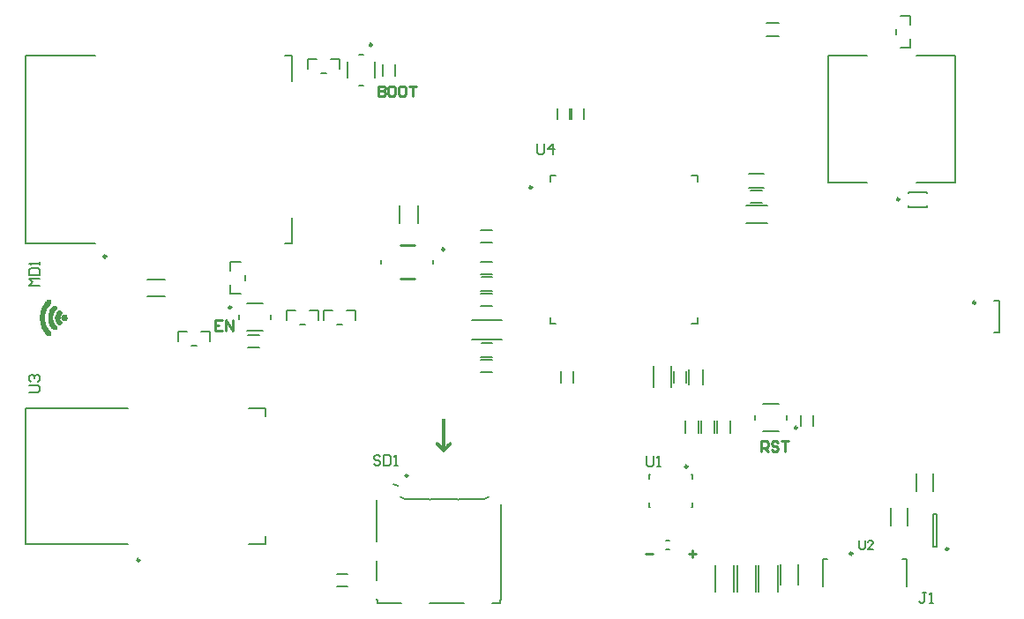
<source format=gto>
G04*
G04 #@! TF.GenerationSoftware,Altium Limited,Altium Designer,21.1.1 (26)*
G04*
G04 Layer_Color=65535*
%FSLAX44Y44*%
%MOMM*%
G71*
G04*
G04 #@! TF.SameCoordinates,9AE9D992-6700-435F-BEFF-D62808151BB7*
G04*
G04*
G04 #@! TF.FilePolarity,Positive*
G04*
G01*
G75*
%ADD10C,0.2500*%
%ADD11C,0.2000*%
%ADD12C,0.2540*%
G36*
X135195Y373508D02*
X135753D01*
Y373397D01*
X136089D01*
Y373285D01*
X136312D01*
Y373173D01*
X136424D01*
Y373061D01*
X136535D01*
Y372950D01*
X136647D01*
Y372838D01*
X136759D01*
Y372726D01*
X136870D01*
Y372615D01*
X136982D01*
Y372503D01*
X137094D01*
Y372391D01*
X137317D01*
Y372280D01*
X137429D01*
Y372056D01*
X137541D01*
Y371945D01*
X137652D01*
Y371721D01*
X137764D01*
Y371051D01*
X137876D01*
Y370381D01*
X137764D01*
Y370046D01*
X137652D01*
Y369934D01*
X137429D01*
Y369822D01*
X137205D01*
Y369711D01*
X137094D01*
Y369599D01*
X136982D01*
Y369487D01*
X136870D01*
Y369264D01*
X136759D01*
Y369040D01*
X136647D01*
Y368817D01*
X136535D01*
Y368705D01*
X136312D01*
Y368594D01*
X136089D01*
Y368482D01*
X135977D01*
Y368370D01*
X135865D01*
Y368259D01*
X135753D01*
Y367924D01*
X135642D01*
Y367365D01*
X135753D01*
Y367030D01*
X135865D01*
Y366807D01*
X135977D01*
Y366695D01*
X136647D01*
Y366807D01*
X136759D01*
Y366918D01*
X136870D01*
Y367142D01*
X136982D01*
Y367589D01*
X137094D01*
Y367924D01*
X137205D01*
Y368147D01*
X137317D01*
Y368259D01*
X137541D01*
Y368370D01*
X137764D01*
Y368482D01*
X137876D01*
Y368594D01*
X137987D01*
Y368705D01*
X138099D01*
Y368817D01*
X138211D01*
Y369152D01*
X138322D01*
Y369264D01*
X138434D01*
Y369376D01*
X138658D01*
Y369487D01*
X139328D01*
Y369376D01*
X141115D01*
Y369264D01*
X141450D01*
Y369152D01*
X141673D01*
Y369040D01*
X141785D01*
Y368929D01*
X141897D01*
Y368817D01*
X142008D01*
Y368482D01*
X142120D01*
Y368035D01*
X142232D01*
Y367589D01*
X142343D01*
Y367365D01*
X142455D01*
Y367253D01*
X142567D01*
Y367030D01*
X142678D01*
Y366918D01*
X142790D01*
Y366807D01*
X142902D01*
Y366695D01*
X143014D01*
Y365913D01*
X142902D01*
Y365801D01*
X142790D01*
Y365690D01*
X142678D01*
Y365578D01*
X142567D01*
Y365355D01*
X142455D01*
Y365243D01*
X142343D01*
Y365019D01*
X142232D01*
Y364573D01*
X142120D01*
Y364238D01*
X142008D01*
Y363903D01*
X141897D01*
Y363791D01*
X141785D01*
Y363679D01*
X141673D01*
Y363568D01*
X141562D01*
Y363456D01*
X141338D01*
Y363344D01*
X141003D01*
Y363232D01*
X139216D01*
Y363121D01*
X138769D01*
Y363232D01*
X138434D01*
Y363344D01*
X138322D01*
Y363568D01*
X138211D01*
Y363791D01*
X138099D01*
Y364014D01*
X137987D01*
Y364126D01*
X137764D01*
Y364238D01*
X137541D01*
Y364349D01*
X137317D01*
Y364461D01*
X137205D01*
Y364684D01*
X137094D01*
Y365019D01*
X136982D01*
Y365466D01*
X136870D01*
Y365690D01*
X136759D01*
Y365801D01*
X136647D01*
Y365913D01*
X136089D01*
Y365801D01*
X135977D01*
Y365690D01*
X135865D01*
Y365578D01*
X135753D01*
Y365243D01*
X135642D01*
Y364684D01*
X135753D01*
Y364349D01*
X135865D01*
Y364238D01*
X135977D01*
Y364126D01*
X136200D01*
Y364014D01*
X136312D01*
Y363903D01*
X136535D01*
Y363791D01*
X136647D01*
Y363568D01*
X136759D01*
Y363344D01*
X136870D01*
Y363121D01*
X136982D01*
Y363009D01*
X137094D01*
Y362897D01*
X137317D01*
Y362786D01*
X137541D01*
Y362674D01*
X137652D01*
Y362562D01*
X137764D01*
Y362339D01*
X137876D01*
Y361557D01*
X137764D01*
Y360998D01*
X137652D01*
Y360775D01*
X137541D01*
Y360552D01*
X137429D01*
Y360440D01*
X137317D01*
Y360328D01*
X137205D01*
Y360217D01*
X137094D01*
Y360105D01*
X136982D01*
Y359993D01*
X136870D01*
Y359882D01*
X136647D01*
Y359770D01*
X136535D01*
Y359658D01*
X136424D01*
Y359547D01*
X136312D01*
Y359435D01*
X136089D01*
Y359323D01*
X135753D01*
Y359211D01*
X135418D01*
Y359100D01*
X134860D01*
Y358988D01*
X134637D01*
Y359100D01*
X134302D01*
Y359211D01*
X134190D01*
Y359323D01*
X134078D01*
Y359435D01*
X133966D01*
Y359547D01*
X133855D01*
Y359658D01*
X133631D01*
Y359770D01*
X133520D01*
Y359882D01*
X133296D01*
Y359993D01*
X133184D01*
Y360105D01*
X132961D01*
Y360217D01*
X132850D01*
Y360328D01*
X132738D01*
Y360552D01*
X132626D01*
Y360663D01*
X132514D01*
Y360775D01*
X132403D01*
Y360887D01*
X132291D01*
Y360998D01*
X132179D01*
Y361110D01*
X132068D01*
Y361222D01*
X131956D01*
Y361334D01*
X131844D01*
Y361557D01*
X131733D01*
Y362562D01*
X131621D01*
Y362897D01*
X131509D01*
Y363009D01*
X131397D01*
Y363121D01*
X131286D01*
Y363232D01*
X131174D01*
Y363344D01*
X131062D01*
Y363456D01*
X130951D01*
Y363568D01*
X130839D01*
Y363791D01*
X130727D01*
Y364908D01*
X130616D01*
Y367700D01*
X130727D01*
Y368929D01*
X130839D01*
Y369040D01*
X130951D01*
Y369264D01*
X131174D01*
Y369376D01*
X131286D01*
Y369487D01*
X131397D01*
Y369599D01*
X131509D01*
Y369711D01*
X131621D01*
Y370046D01*
X131733D01*
Y371051D01*
X131844D01*
Y371274D01*
X131956D01*
Y371386D01*
X132068D01*
Y371498D01*
X132179D01*
Y371609D01*
X132291D01*
Y371721D01*
X132403D01*
Y371833D01*
X132514D01*
Y371945D01*
X132626D01*
Y372056D01*
X132738D01*
Y372280D01*
X132850D01*
Y372391D01*
X132961D01*
Y372503D01*
X133073D01*
Y372615D01*
X133296D01*
Y372726D01*
X133408D01*
Y372838D01*
X133631D01*
Y372950D01*
X133743D01*
Y373061D01*
X133855D01*
Y373173D01*
X133966D01*
Y373285D01*
X134078D01*
Y373397D01*
X134190D01*
Y373508D01*
X134413D01*
Y373620D01*
X135195D01*
Y373508D01*
D02*
G37*
G36*
X129610Y377976D02*
X131397D01*
Y377864D01*
X131733D01*
Y377753D01*
X131956D01*
Y377641D01*
X132068D01*
Y377529D01*
X132179D01*
Y377417D01*
X132291D01*
Y377194D01*
X132403D01*
Y376971D01*
X132514D01*
Y374402D01*
X132403D01*
Y374290D01*
X132291D01*
Y374178D01*
X132179D01*
Y374067D01*
X132068D01*
Y373955D01*
X131956D01*
Y373843D01*
X131844D01*
Y373732D01*
X131733D01*
Y373620D01*
X131621D01*
Y373508D01*
X131509D01*
Y373397D01*
X131397D01*
Y373173D01*
X131286D01*
Y373061D01*
X131174D01*
Y372950D01*
X130951D01*
Y372838D01*
X130839D01*
Y372726D01*
X130727D01*
Y372615D01*
X130616D01*
Y372503D01*
X130504D01*
Y372280D01*
X130392D01*
Y371945D01*
X130281D01*
Y371609D01*
X130169D01*
Y371386D01*
X130057D01*
Y371163D01*
X129945D01*
Y371051D01*
X129834D01*
Y370939D01*
X129722D01*
Y370716D01*
X129610D01*
Y370604D01*
X129499D01*
Y370381D01*
X129387D01*
Y369934D01*
X129275D01*
Y369487D01*
X129164D01*
Y369040D01*
X129052D01*
Y368370D01*
X128940D01*
Y368035D01*
X128828D01*
Y367812D01*
X128717D01*
Y367700D01*
X128605D01*
Y367477D01*
X128493D01*
Y367365D01*
X128382D01*
Y367030D01*
X128270D01*
Y365578D01*
X128382D01*
Y365243D01*
X128493D01*
Y365131D01*
X128605D01*
Y364908D01*
X128717D01*
Y364796D01*
X128828D01*
Y364573D01*
X128940D01*
Y364349D01*
X129052D01*
Y363791D01*
X129164D01*
Y363121D01*
X129275D01*
Y362674D01*
X129387D01*
Y362227D01*
X129499D01*
Y362004D01*
X129610D01*
Y361892D01*
X129722D01*
Y361780D01*
X129834D01*
Y361669D01*
X129945D01*
Y361445D01*
X130057D01*
Y361334D01*
X130169D01*
Y361110D01*
X130281D01*
Y360663D01*
X130392D01*
Y360328D01*
X130504D01*
Y360105D01*
X130616D01*
Y359993D01*
X130727D01*
Y359882D01*
X130839D01*
Y359770D01*
X131062D01*
Y359658D01*
X131174D01*
Y359547D01*
X131286D01*
Y359435D01*
X131397D01*
Y359323D01*
X131509D01*
Y359100D01*
X131621D01*
Y358988D01*
X131733D01*
Y358876D01*
X131844D01*
Y358765D01*
X131956D01*
Y358653D01*
X132179D01*
Y358541D01*
X132291D01*
Y358430D01*
X132403D01*
Y358206D01*
X132514D01*
Y357983D01*
X132626D01*
Y357536D01*
X132514D01*
Y356531D01*
X132626D01*
Y356419D01*
X132514D01*
Y355749D01*
X132403D01*
Y355414D01*
X132291D01*
Y355302D01*
X132179D01*
Y355079D01*
X132068D01*
Y354967D01*
X131844D01*
Y354855D01*
X131733D01*
Y354744D01*
X131397D01*
Y354632D01*
X129499D01*
Y354520D01*
X129275D01*
Y354632D01*
X128828D01*
Y354744D01*
X128717D01*
Y354855D01*
X128605D01*
Y354967D01*
X128493D01*
Y355191D01*
X128382D01*
Y355302D01*
X128270D01*
Y355414D01*
X128158D01*
Y355526D01*
X128047D01*
Y355637D01*
X127823D01*
Y355749D01*
X127711D01*
Y355861D01*
X127600D01*
Y355972D01*
X127488D01*
Y356084D01*
X127376D01*
Y356307D01*
X127265D01*
Y356419D01*
X127153D01*
Y356531D01*
X127041D01*
Y356642D01*
X126930D01*
Y356754D01*
X126818D01*
Y356866D01*
X126595D01*
Y356978D01*
X126483D01*
Y357201D01*
X126371D01*
Y357313D01*
X126259D01*
Y357536D01*
X126148D01*
Y357759D01*
X126036D01*
Y357983D01*
X125924D01*
Y358094D01*
X125813D01*
Y358206D01*
X125701D01*
Y358318D01*
X125589D01*
Y358430D01*
X125478D01*
Y358653D01*
X125366D01*
Y358988D01*
X125254D01*
Y360663D01*
X125143D01*
Y360775D01*
X125031D01*
Y360887D01*
X124919D01*
Y360998D01*
X124808D01*
Y361110D01*
X124584D01*
Y361222D01*
X124472D01*
Y361334D01*
X124361D01*
Y361445D01*
X124249D01*
Y361780D01*
X124137D01*
Y362562D01*
X124249D01*
Y370046D01*
X124137D01*
Y370939D01*
X124249D01*
Y371163D01*
X124361D01*
Y371274D01*
X124472D01*
Y371386D01*
X124584D01*
Y371498D01*
X124808D01*
Y371609D01*
X124919D01*
Y371721D01*
X125031D01*
Y371833D01*
X125143D01*
Y371945D01*
X125254D01*
Y373732D01*
X125366D01*
Y374067D01*
X125478D01*
Y374290D01*
X125589D01*
Y374402D01*
X125701D01*
Y374514D01*
X125813D01*
Y374625D01*
X125924D01*
Y374737D01*
X126036D01*
Y374849D01*
X126148D01*
Y375072D01*
X126259D01*
Y375295D01*
X126371D01*
Y375519D01*
X126483D01*
Y375630D01*
X126595D01*
Y375742D01*
X126818D01*
Y375854D01*
X126930D01*
Y375965D01*
X127041D01*
Y376077D01*
X127153D01*
Y376189D01*
X127265D01*
Y376301D01*
X127376D01*
Y376524D01*
X127488D01*
Y376636D01*
X127600D01*
Y376747D01*
X127711D01*
Y376859D01*
X127823D01*
Y376971D01*
X128047D01*
Y377082D01*
X128158D01*
Y377194D01*
X128270D01*
Y377306D01*
X128382D01*
Y377417D01*
X128493D01*
Y377641D01*
X128605D01*
Y377753D01*
X128717D01*
Y377864D01*
X128828D01*
Y377976D01*
X129052D01*
Y378088D01*
X129610D01*
Y377976D01*
D02*
G37*
G36*
X126706Y382891D02*
X126818D01*
Y382667D01*
X126930D01*
Y382444D01*
X127041D01*
Y382220D01*
X127153D01*
Y381774D01*
X127265D01*
Y380880D01*
X127153D01*
Y380210D01*
X127041D01*
Y379986D01*
X126930D01*
Y379763D01*
X126818D01*
Y379651D01*
X126706D01*
Y379540D01*
X126595D01*
Y379428D01*
X126483D01*
Y379316D01*
X126259D01*
Y379093D01*
X126148D01*
Y378981D01*
X126036D01*
Y378870D01*
X125924D01*
Y378646D01*
X125813D01*
Y378535D01*
X125701D01*
Y378423D01*
X125589D01*
Y378311D01*
X125366D01*
Y378088D01*
X125254D01*
Y377976D01*
X125143D01*
Y377864D01*
X125031D01*
Y377641D01*
X124919D01*
Y377529D01*
X124808D01*
Y377417D01*
X124696D01*
Y377306D01*
X124584D01*
Y377194D01*
X124472D01*
Y377082D01*
X124249D01*
Y376971D01*
X124137D01*
Y376747D01*
X124026D01*
Y376524D01*
X123914D01*
Y376077D01*
X123802D01*
Y375854D01*
X123691D01*
Y375630D01*
X123579D01*
Y375519D01*
X123467D01*
Y375407D01*
X123356D01*
Y375295D01*
X123244D01*
Y375184D01*
X123132D01*
Y374960D01*
X123020D01*
Y374737D01*
X122909D01*
Y374290D01*
X122797D01*
Y373843D01*
X122685D01*
Y373620D01*
X122574D01*
Y373508D01*
X122462D01*
Y373397D01*
X122350D01*
Y373173D01*
X122239D01*
Y373061D01*
X122127D01*
Y372950D01*
X122015D01*
Y372726D01*
X121903D01*
Y372280D01*
X121792D01*
Y371386D01*
X121680D01*
Y370716D01*
X121568D01*
Y370381D01*
X121457D01*
Y370157D01*
X121345D01*
Y370046D01*
X121233D01*
Y369934D01*
X121122D01*
Y369822D01*
X121010D01*
Y369599D01*
X120898D01*
Y369376D01*
X120787D01*
Y363232D01*
X120898D01*
Y363009D01*
X121010D01*
Y362897D01*
X121122D01*
Y362786D01*
X121233D01*
Y362562D01*
X121345D01*
Y362451D01*
X121457D01*
Y362339D01*
X121568D01*
Y362004D01*
X121680D01*
Y361334D01*
X121792D01*
Y360328D01*
X121903D01*
Y359882D01*
X122015D01*
Y359658D01*
X122127D01*
Y359547D01*
X122239D01*
Y359435D01*
X122350D01*
Y359323D01*
X122462D01*
Y359211D01*
X122574D01*
Y358988D01*
X122685D01*
Y358765D01*
X122797D01*
Y358318D01*
X122909D01*
Y357983D01*
X123020D01*
Y357648D01*
X123132D01*
Y357536D01*
X123244D01*
Y357424D01*
X123356D01*
Y357313D01*
X123467D01*
Y357201D01*
X123579D01*
Y356978D01*
X123691D01*
Y356866D01*
X123802D01*
Y356531D01*
X123914D01*
Y356084D01*
X124026D01*
Y355861D01*
X124137D01*
Y355749D01*
X124249D01*
Y355637D01*
X124361D01*
Y355526D01*
X124472D01*
Y355414D01*
X124584D01*
Y355302D01*
X124808D01*
Y355191D01*
X124919D01*
Y354967D01*
X125031D01*
Y354855D01*
X125143D01*
Y354632D01*
X125254D01*
Y354520D01*
X125366D01*
Y354409D01*
X125478D01*
Y354297D01*
X125589D01*
Y354185D01*
X125701D01*
Y354073D01*
X125813D01*
Y353962D01*
X125924D01*
Y353850D01*
X126036D01*
Y353738D01*
X126148D01*
Y353515D01*
X126259D01*
Y353403D01*
X126371D01*
Y353292D01*
X126483D01*
Y353180D01*
X126706D01*
Y353068D01*
X126818D01*
Y352957D01*
X126930D01*
Y352733D01*
X127041D01*
Y352510D01*
X127153D01*
Y351616D01*
X127265D01*
Y350834D01*
X127153D01*
Y350499D01*
X127041D01*
Y350276D01*
X126930D01*
Y350052D01*
X126818D01*
Y349941D01*
X126706D01*
Y349717D01*
X126595D01*
Y349159D01*
X122574D01*
Y349606D01*
X122462D01*
Y349829D01*
X122350D01*
Y350052D01*
X122239D01*
Y350164D01*
X122127D01*
Y350276D01*
X122015D01*
Y350388D01*
X121903D01*
Y350499D01*
X121792D01*
Y350611D01*
X121568D01*
Y350723D01*
X121457D01*
Y350834D01*
X121345D01*
Y351058D01*
X121233D01*
Y351281D01*
X121122D01*
Y351616D01*
X121010D01*
Y351951D01*
X120898D01*
Y352175D01*
X120787D01*
Y352286D01*
X120675D01*
Y352398D01*
X120451D01*
Y352510D01*
X120228D01*
Y352621D01*
X120116D01*
Y352733D01*
X120005D01*
Y352957D01*
X119893D01*
Y353180D01*
X119781D01*
Y353403D01*
X119670D01*
Y353515D01*
X119558D01*
Y353627D01*
X119446D01*
Y353738D01*
X119334D01*
Y353850D01*
X119223D01*
Y353962D01*
X119111D01*
Y354073D01*
X118999D01*
Y354409D01*
X118888D01*
Y355079D01*
X118776D01*
Y355414D01*
X118664D01*
Y355637D01*
X118553D01*
Y355749D01*
X118441D01*
Y355861D01*
X118218D01*
Y355972D01*
X118106D01*
Y356084D01*
X117994D01*
Y356307D01*
X117882D01*
Y356531D01*
X117771D01*
Y358430D01*
X117659D01*
Y358653D01*
X117547D01*
Y358765D01*
X117436D01*
Y358876D01*
X117324D01*
Y358988D01*
X117101D01*
Y359100D01*
X116989D01*
Y359211D01*
X116877D01*
Y359323D01*
X116766D01*
Y359658D01*
X116654D01*
Y361669D01*
X116766D01*
Y362451D01*
X116654D01*
Y362897D01*
X116542D01*
Y363121D01*
X116431D01*
Y363232D01*
X116319D01*
Y363456D01*
X116207D01*
Y363568D01*
X116095D01*
Y363679D01*
X115984D01*
Y364014D01*
X115872D01*
Y364573D01*
X115984D01*
Y368035D01*
X115872D01*
Y368594D01*
X115984D01*
Y368929D01*
X116095D01*
Y369040D01*
X116207D01*
Y369152D01*
X116319D01*
Y369376D01*
X116431D01*
Y369487D01*
X116542D01*
Y369711D01*
X116654D01*
Y370157D01*
X116766D01*
Y370939D01*
X116654D01*
Y373061D01*
X116766D01*
Y373285D01*
X116877D01*
Y373508D01*
X117101D01*
Y373620D01*
X117212D01*
Y373732D01*
X117436D01*
Y373843D01*
X117547D01*
Y373955D01*
X117659D01*
Y374178D01*
X117771D01*
Y376189D01*
X117882D01*
Y376412D01*
X117994D01*
Y376524D01*
X118106D01*
Y376636D01*
X118218D01*
Y376747D01*
X118329D01*
Y376859D01*
X118441D01*
Y376971D01*
X118553D01*
Y377082D01*
X118664D01*
Y377194D01*
X118776D01*
Y377529D01*
X118888D01*
Y378311D01*
X118999D01*
Y378535D01*
X119111D01*
Y378758D01*
X119334D01*
Y378870D01*
X119446D01*
Y378981D01*
X119558D01*
Y379093D01*
X119670D01*
Y379316D01*
X119781D01*
Y379540D01*
X119893D01*
Y379651D01*
X120005D01*
Y379875D01*
X120116D01*
Y379986D01*
X120228D01*
Y380098D01*
X120451D01*
Y380210D01*
X120563D01*
Y380322D01*
X120787D01*
Y380545D01*
X120898D01*
Y380657D01*
X121010D01*
Y381103D01*
X121122D01*
Y381438D01*
X121233D01*
Y381662D01*
X121345D01*
Y381774D01*
X121457D01*
Y381885D01*
X121568D01*
Y381997D01*
X121680D01*
Y382109D01*
X121792D01*
Y382220D01*
X121903D01*
Y382332D01*
X122015D01*
Y382444D01*
X122127D01*
Y382555D01*
X122239D01*
Y382667D01*
X122350D01*
Y383002D01*
X122462D01*
Y383449D01*
X126706D01*
Y382891D01*
D02*
G37*
G36*
X503565Y269600D02*
X503693D01*
Y269584D01*
X503884D01*
Y269568D01*
X503948D01*
Y269552D01*
X504012D01*
Y269536D01*
X504060D01*
Y269520D01*
X504124D01*
Y269504D01*
X504203D01*
Y269488D01*
X504267D01*
Y269472D01*
X504331D01*
Y269456D01*
X504379D01*
Y269440D01*
X504411D01*
Y269424D01*
X504443D01*
Y269408D01*
X504459D01*
Y269392D01*
X504491D01*
Y269376D01*
X504523D01*
Y269360D01*
X504554D01*
Y269345D01*
X504586D01*
Y269328D01*
X504618D01*
Y269313D01*
X504650D01*
Y269297D01*
X504682D01*
Y269281D01*
X504698D01*
Y269265D01*
X504714D01*
Y269249D01*
X504730D01*
Y269233D01*
X504762D01*
Y269217D01*
X504778D01*
Y269201D01*
X504810D01*
Y269185D01*
X504842D01*
Y269169D01*
X504858D01*
Y269153D01*
X504874D01*
Y269137D01*
X504906D01*
Y269121D01*
X504921D01*
Y269105D01*
X504938D01*
Y269089D01*
X504953D01*
Y269073D01*
X504969D01*
Y269057D01*
X504985D01*
Y269041D01*
X505001D01*
Y269025D01*
X505017D01*
Y269009D01*
X505033D01*
Y268993D01*
X505049D01*
Y268977D01*
X505065D01*
Y268962D01*
X505081D01*
Y268946D01*
X505097D01*
Y268930D01*
X505113D01*
Y268914D01*
X505129D01*
Y268898D01*
X505145D01*
Y268866D01*
X505161D01*
Y268850D01*
X505177D01*
Y268834D01*
X505193D01*
Y268802D01*
X505209D01*
Y268786D01*
X505225D01*
Y268770D01*
X505241D01*
Y268754D01*
X505257D01*
Y268722D01*
X505273D01*
Y268706D01*
X505289D01*
Y268690D01*
X505304D01*
Y268658D01*
X505321D01*
Y268610D01*
X505336D01*
Y268578D01*
X505352D01*
Y268547D01*
X505368D01*
Y268515D01*
X505384D01*
Y268499D01*
X505400D01*
Y268483D01*
X505416D01*
Y268467D01*
X505432D01*
Y268435D01*
X505448D01*
Y268387D01*
X505464D01*
Y268339D01*
X505480D01*
Y268291D01*
X505496D01*
Y268243D01*
X505512D01*
Y268211D01*
X505528D01*
Y268179D01*
X505544D01*
Y268148D01*
X505560D01*
Y268100D01*
X505576D01*
Y268052D01*
X505592D01*
Y267956D01*
X505608D01*
Y267828D01*
X505624D01*
Y265865D01*
X505608D01*
Y263360D01*
X505624D01*
Y260886D01*
X505608D01*
Y258397D01*
X505624D01*
Y255875D01*
X505608D01*
Y253370D01*
X505624D01*
Y250912D01*
X505608D01*
Y248375D01*
X505624D01*
Y245933D01*
X505608D01*
Y243683D01*
X505624D01*
Y243667D01*
X505640D01*
Y243651D01*
X505719D01*
Y243667D01*
X505735D01*
Y243683D01*
X505751D01*
Y243699D01*
X505767D01*
Y243715D01*
X505783D01*
Y243731D01*
X505799D01*
Y243747D01*
X505815D01*
Y243779D01*
X505831D01*
Y243795D01*
X505847D01*
Y243811D01*
X505863D01*
Y243827D01*
X505879D01*
Y243843D01*
X505895D01*
Y243874D01*
X505911D01*
Y243890D01*
X505927D01*
Y243906D01*
X505943D01*
Y243922D01*
X505959D01*
Y243938D01*
X505975D01*
Y243954D01*
X505991D01*
Y243970D01*
X506023D01*
Y244002D01*
X506039D01*
Y244018D01*
X506055D01*
Y244034D01*
X506071D01*
Y244050D01*
X506087D01*
Y244066D01*
X506102D01*
Y244082D01*
X506118D01*
Y244098D01*
X506134D01*
Y244114D01*
X506150D01*
Y244130D01*
X506166D01*
Y244146D01*
X506182D01*
Y244162D01*
X506198D01*
Y244178D01*
X506214D01*
Y244194D01*
X506230D01*
Y244226D01*
X506246D01*
Y244242D01*
X506262D01*
Y244258D01*
X506278D01*
Y244273D01*
X506294D01*
Y244289D01*
X506310D01*
Y244305D01*
X506326D01*
Y244321D01*
X506342D01*
Y244337D01*
X506358D01*
Y244353D01*
X506374D01*
Y244369D01*
X506390D01*
Y244385D01*
X506406D01*
Y244401D01*
X506438D01*
Y244417D01*
X506454D01*
Y244433D01*
X506469D01*
Y244449D01*
X506485D01*
Y244465D01*
X506501D01*
Y244481D01*
X506517D01*
Y244497D01*
X506533D01*
Y244513D01*
X506549D01*
Y244545D01*
X506565D01*
Y244561D01*
X506581D01*
Y244577D01*
X506613D01*
Y244593D01*
X506629D01*
Y244609D01*
X506645D01*
Y244625D01*
X506661D01*
Y244641D01*
X506677D01*
Y244657D01*
X506693D01*
Y244688D01*
X506709D01*
Y244704D01*
X506725D01*
Y244720D01*
X506741D01*
Y244736D01*
X506757D01*
Y244752D01*
X506773D01*
Y244768D01*
X506789D01*
Y244784D01*
X506805D01*
Y244800D01*
X506821D01*
Y244816D01*
X506837D01*
Y244832D01*
X506852D01*
Y244848D01*
X506869D01*
Y244864D01*
X506884D01*
Y244880D01*
X506900D01*
Y244896D01*
X506916D01*
Y244912D01*
X506932D01*
Y244928D01*
X506948D01*
Y244944D01*
X506964D01*
Y244960D01*
X506980D01*
Y244976D01*
X506996D01*
Y244992D01*
X507012D01*
Y245007D01*
X507028D01*
Y245023D01*
X507044D01*
Y245040D01*
X507060D01*
Y245055D01*
X507076D01*
Y245071D01*
X507092D01*
Y245087D01*
X507108D01*
Y245103D01*
X507124D01*
Y245119D01*
X507140D01*
Y245135D01*
X507156D01*
Y245151D01*
X507172D01*
Y245167D01*
X507188D01*
Y245183D01*
X507204D01*
Y245199D01*
X507220D01*
Y245215D01*
X507235D01*
Y245231D01*
X507252D01*
Y245247D01*
X507267D01*
Y245263D01*
X507283D01*
Y245279D01*
X507299D01*
Y245295D01*
X507315D01*
Y245311D01*
X507331D01*
Y245327D01*
X507347D01*
Y245343D01*
X507363D01*
Y245359D01*
X507379D01*
Y245375D01*
X507395D01*
Y245390D01*
X507411D01*
Y245406D01*
X507427D01*
Y245422D01*
X507443D01*
Y245438D01*
X507459D01*
Y245454D01*
X507475D01*
Y245470D01*
X507491D01*
Y245486D01*
X507507D01*
Y245502D01*
X507523D01*
Y245518D01*
X507539D01*
Y245534D01*
X507555D01*
Y245550D01*
X507587D01*
Y245566D01*
X507603D01*
Y245598D01*
X507618D01*
Y245614D01*
X507635D01*
Y245630D01*
X507650D01*
Y245646D01*
X507666D01*
Y245662D01*
X507682D01*
Y245678D01*
X507698D01*
Y245694D01*
X507714D01*
Y245710D01*
X507730D01*
Y245726D01*
X507746D01*
Y245742D01*
X507762D01*
Y245758D01*
X507778D01*
Y245774D01*
X507794D01*
Y245790D01*
X507810D01*
Y245805D01*
X507826D01*
Y245821D01*
X507842D01*
Y245837D01*
X507858D01*
Y245853D01*
X507874D01*
Y245869D01*
X507906D01*
Y245885D01*
X507922D01*
Y245901D01*
X507938D01*
Y245917D01*
X507970D01*
Y245933D01*
X507986D01*
Y245949D01*
X508002D01*
Y245965D01*
X508018D01*
Y245981D01*
X508033D01*
Y245997D01*
X508049D01*
Y246029D01*
X508065D01*
Y246045D01*
X508097D01*
Y246061D01*
X508113D01*
Y246077D01*
X508129D01*
Y246093D01*
X508145D01*
Y246109D01*
X508161D01*
Y246125D01*
X508177D01*
Y246141D01*
X508193D01*
Y246157D01*
X508209D01*
Y246173D01*
X508225D01*
Y246189D01*
X508241D01*
Y246204D01*
X508257D01*
Y246220D01*
X508273D01*
Y246236D01*
X508289D01*
Y246252D01*
X508305D01*
Y246268D01*
X508321D01*
Y246284D01*
X508337D01*
Y246300D01*
X508353D01*
Y246316D01*
X508369D01*
Y246332D01*
X508385D01*
Y246348D01*
X508400D01*
Y246364D01*
X508416D01*
Y246380D01*
X508432D01*
Y246396D01*
X508448D01*
Y246412D01*
X508464D01*
Y246428D01*
X508480D01*
Y246444D01*
X508496D01*
Y246460D01*
X508512D01*
Y246492D01*
X508528D01*
Y246508D01*
X508544D01*
Y246524D01*
X508576D01*
Y246540D01*
X508592D01*
Y246556D01*
X508608D01*
Y246572D01*
X508624D01*
Y246587D01*
X508640D01*
Y246603D01*
X508656D01*
Y246635D01*
X508672D01*
Y246651D01*
X508688D01*
Y246667D01*
X508704D01*
Y246683D01*
X508720D01*
Y246699D01*
X508736D01*
Y246715D01*
X508752D01*
Y246731D01*
X508768D01*
Y246747D01*
X508783D01*
Y246763D01*
X508800D01*
Y246779D01*
X508815D01*
Y246795D01*
X508831D01*
Y246811D01*
X508847D01*
Y246827D01*
X508879D01*
Y246843D01*
X508927D01*
Y246859D01*
X508943D01*
Y246875D01*
X508975D01*
Y246891D01*
X508991D01*
Y246907D01*
X509007D01*
Y246923D01*
X509023D01*
Y246938D01*
X509055D01*
Y246954D01*
X509087D01*
Y246970D01*
X509119D01*
Y246986D01*
X509166D01*
Y247002D01*
X509198D01*
Y247018D01*
X509246D01*
Y247034D01*
X509278D01*
Y247050D01*
X509310D01*
Y247066D01*
X509342D01*
Y247082D01*
X509390D01*
Y247098D01*
X509470D01*
Y247114D01*
X509581D01*
Y247130D01*
X509741D01*
Y247146D01*
X509933D01*
Y247130D01*
X510060D01*
Y247114D01*
X510188D01*
Y247098D01*
X510284D01*
Y247082D01*
X510316D01*
Y247066D01*
X510348D01*
Y247050D01*
X510363D01*
Y247034D01*
X510379D01*
Y247018D01*
X510411D01*
Y247002D01*
X510459D01*
Y246986D01*
X510523D01*
Y246970D01*
X510571D01*
Y246954D01*
X510603D01*
Y246938D01*
X510635D01*
Y246923D01*
X510651D01*
Y246907D01*
X510667D01*
Y246891D01*
X510683D01*
Y246875D01*
X510699D01*
Y246859D01*
X510731D01*
Y246843D01*
X510762D01*
Y246827D01*
X510778D01*
Y246811D01*
X510810D01*
Y246795D01*
X510826D01*
Y246779D01*
X510842D01*
Y246763D01*
X510858D01*
Y246747D01*
X510874D01*
Y246731D01*
X510890D01*
Y246715D01*
X510906D01*
Y246699D01*
X510938D01*
Y246683D01*
X510954D01*
Y246667D01*
X510970D01*
Y246651D01*
X510986D01*
Y246619D01*
X511002D01*
Y246603D01*
X511018D01*
Y246572D01*
X511034D01*
Y246556D01*
X511050D01*
Y246540D01*
X511066D01*
Y246524D01*
X511082D01*
Y246508D01*
X511097D01*
Y246492D01*
X511114D01*
Y246460D01*
X511129D01*
Y246444D01*
X511145D01*
Y246412D01*
X511161D01*
Y246380D01*
X511177D01*
Y246348D01*
X511193D01*
Y246332D01*
X511209D01*
Y246316D01*
X511225D01*
Y246300D01*
X511241D01*
Y246284D01*
X511257D01*
Y246252D01*
X511273D01*
Y246204D01*
X511289D01*
Y246157D01*
X511305D01*
Y246109D01*
X511321D01*
Y246061D01*
X511337D01*
Y246013D01*
X511353D01*
Y245981D01*
X511369D01*
Y245949D01*
X511385D01*
Y245917D01*
X511401D01*
Y245901D01*
X511417D01*
Y245853D01*
X511433D01*
Y245790D01*
X511449D01*
Y245279D01*
X511433D01*
Y245167D01*
X511417D01*
Y245103D01*
X511401D01*
Y245071D01*
X511385D01*
Y245023D01*
X511369D01*
Y244992D01*
X511353D01*
Y244960D01*
X511337D01*
Y244912D01*
X511321D01*
Y244864D01*
X511305D01*
Y244816D01*
X511289D01*
Y244768D01*
X511273D01*
Y244736D01*
X511257D01*
Y244720D01*
X511241D01*
Y244704D01*
X511225D01*
Y244688D01*
X511209D01*
Y244672D01*
X511193D01*
Y244641D01*
X511177D01*
Y244609D01*
X511161D01*
Y244593D01*
X511145D01*
Y244561D01*
X511129D01*
Y244529D01*
X511114D01*
Y244513D01*
X511082D01*
Y244497D01*
X511066D01*
Y244481D01*
X511050D01*
Y244465D01*
X511034D01*
Y244449D01*
X511018D01*
Y244433D01*
X511002D01*
Y244417D01*
X510986D01*
Y244401D01*
X510970D01*
Y244385D01*
X510954D01*
Y244369D01*
X510938D01*
Y244353D01*
X510922D01*
Y244337D01*
X510906D01*
Y244321D01*
X510890D01*
Y244305D01*
X510874D01*
Y244289D01*
X510858D01*
Y244258D01*
X510842D01*
Y244242D01*
X510826D01*
Y244226D01*
X510810D01*
Y244210D01*
X510778D01*
Y244194D01*
X510762D01*
Y244178D01*
X510746D01*
Y244162D01*
X510731D01*
Y244146D01*
X510714D01*
Y244130D01*
X510699D01*
Y244114D01*
X510683D01*
Y244098D01*
X510667D01*
Y244066D01*
X510651D01*
Y244050D01*
X510619D01*
Y244034D01*
X510603D01*
Y244018D01*
X510587D01*
Y244002D01*
X510571D01*
Y243986D01*
X510555D01*
Y243970D01*
X510539D01*
Y243954D01*
X510523D01*
Y243922D01*
X510507D01*
Y243906D01*
X510491D01*
Y243890D01*
X510475D01*
Y243874D01*
X510459D01*
Y243859D01*
X510443D01*
Y243843D01*
X510427D01*
Y243827D01*
X510411D01*
Y243811D01*
X510395D01*
Y243795D01*
X510379D01*
Y243779D01*
X510363D01*
Y243763D01*
X510348D01*
Y243747D01*
X510316D01*
Y243731D01*
X510300D01*
Y243715D01*
X510284D01*
Y243699D01*
X510268D01*
Y243683D01*
X510252D01*
Y243667D01*
X510236D01*
Y243635D01*
X510220D01*
Y243619D01*
X510204D01*
Y243603D01*
X510188D01*
Y243587D01*
X510172D01*
Y243571D01*
X510140D01*
Y243555D01*
X510124D01*
Y243539D01*
X510108D01*
Y243523D01*
X510092D01*
Y243507D01*
X510076D01*
Y243475D01*
X510060D01*
Y243460D01*
X510044D01*
Y243444D01*
X510028D01*
Y243428D01*
X510012D01*
Y243412D01*
X509996D01*
Y243396D01*
X509980D01*
Y243380D01*
X509964D01*
Y243364D01*
X509949D01*
Y243348D01*
X509933D01*
Y243316D01*
X509917D01*
Y243300D01*
X509901D01*
Y243284D01*
X509885D01*
Y243268D01*
X509869D01*
Y243252D01*
X509853D01*
Y243236D01*
X509837D01*
Y243220D01*
X509821D01*
Y243204D01*
X509805D01*
Y243188D01*
X509789D01*
Y243172D01*
X509773D01*
Y243156D01*
X509757D01*
Y243140D01*
X509741D01*
Y243124D01*
X509725D01*
Y243109D01*
X509709D01*
Y243092D01*
X509677D01*
Y243077D01*
X509661D01*
Y243045D01*
X509645D01*
Y243029D01*
X509629D01*
Y243013D01*
X509613D01*
Y242997D01*
X509597D01*
Y242981D01*
X509581D01*
Y242965D01*
X509566D01*
Y242949D01*
X509549D01*
Y242933D01*
X509534D01*
Y242917D01*
X509518D01*
Y242901D01*
X509502D01*
Y242885D01*
X509486D01*
Y242869D01*
X509470D01*
Y242853D01*
X509454D01*
Y242837D01*
X509438D01*
Y242821D01*
X509422D01*
Y242805D01*
X509406D01*
Y242789D01*
X509390D01*
Y242773D01*
X509358D01*
Y242741D01*
X509342D01*
Y242725D01*
X509326D01*
Y242710D01*
X509310D01*
Y242694D01*
X509294D01*
Y242678D01*
X509278D01*
Y242662D01*
X509262D01*
Y242646D01*
X509246D01*
Y242630D01*
X509230D01*
Y242614D01*
X509214D01*
Y242598D01*
X509198D01*
Y242582D01*
X509183D01*
Y242566D01*
X509166D01*
Y242550D01*
X509151D01*
Y242534D01*
X509135D01*
Y242518D01*
X509119D01*
Y242502D01*
X509103D01*
Y242486D01*
X509087D01*
Y242470D01*
X509055D01*
Y242454D01*
X509039D01*
Y242422D01*
X509023D01*
Y242406D01*
X509007D01*
Y242390D01*
X508991D01*
Y242374D01*
X508975D01*
Y242358D01*
X508959D01*
Y242342D01*
X508943D01*
Y242327D01*
X508927D01*
Y242311D01*
X508895D01*
Y242279D01*
X508879D01*
Y242263D01*
X508863D01*
Y242247D01*
X508847D01*
Y242231D01*
X508831D01*
Y242215D01*
X508815D01*
Y242199D01*
X508800D01*
Y242183D01*
X508783D01*
Y242167D01*
X508768D01*
Y242151D01*
X508752D01*
Y242135D01*
X508736D01*
Y242119D01*
X508720D01*
Y242103D01*
X508704D01*
Y242087D01*
X508688D01*
Y242071D01*
X508672D01*
Y242055D01*
X508656D01*
Y242039D01*
X508624D01*
Y242023D01*
X508608D01*
Y242007D01*
X508592D01*
Y241991D01*
X508576D01*
Y241975D01*
X508560D01*
Y241959D01*
X508544D01*
Y241943D01*
X508528D01*
Y241928D01*
X508512D01*
Y241912D01*
X508496D01*
Y241896D01*
X508480D01*
Y241880D01*
X508464D01*
Y241864D01*
X508432D01*
Y241848D01*
X508416D01*
Y241816D01*
X508400D01*
Y241800D01*
X508385D01*
Y241784D01*
X508369D01*
Y241768D01*
X508353D01*
Y241752D01*
X508337D01*
Y241736D01*
X508321D01*
Y241720D01*
X508305D01*
Y241704D01*
X508289D01*
Y241688D01*
X508273D01*
Y241672D01*
X508257D01*
Y241656D01*
X508241D01*
Y241640D01*
X508225D01*
Y241624D01*
X508209D01*
Y241608D01*
X508193D01*
Y241592D01*
X508177D01*
Y241576D01*
X508161D01*
Y241560D01*
X508145D01*
Y241544D01*
X508129D01*
Y241528D01*
X508113D01*
Y241513D01*
X508097D01*
Y241497D01*
X508081D01*
Y241481D01*
X508065D01*
Y241465D01*
X508049D01*
Y241449D01*
X508033D01*
Y241433D01*
X508002D01*
Y241417D01*
X507986D01*
Y241401D01*
X507970D01*
Y241385D01*
X507954D01*
Y241369D01*
X507938D01*
Y241337D01*
X507922D01*
Y241321D01*
X507906D01*
Y241305D01*
X507890D01*
Y241289D01*
X507858D01*
Y241273D01*
X507842D01*
Y241257D01*
X507826D01*
Y241241D01*
X507810D01*
Y241225D01*
X507794D01*
Y241193D01*
X507778D01*
Y241178D01*
X507762D01*
Y241161D01*
X507746D01*
Y241145D01*
X507714D01*
Y241130D01*
X507698D01*
Y241114D01*
X507682D01*
Y241098D01*
X507666D01*
Y241082D01*
X507650D01*
Y241066D01*
X507635D01*
Y241050D01*
X507618D01*
Y241018D01*
X507603D01*
Y240986D01*
X507587D01*
Y240970D01*
X507571D01*
Y240954D01*
X507555D01*
Y240938D01*
X507539D01*
Y240922D01*
X507523D01*
Y240906D01*
X507507D01*
Y240890D01*
X507491D01*
Y240874D01*
X507475D01*
Y240858D01*
X507459D01*
Y240842D01*
X507443D01*
Y240826D01*
X507427D01*
Y240810D01*
X507411D01*
Y240795D01*
X507395D01*
Y240779D01*
X507379D01*
Y240763D01*
X507363D01*
Y240747D01*
X507347D01*
Y240731D01*
X507331D01*
Y240715D01*
X507315D01*
Y240699D01*
X507299D01*
Y240683D01*
X507283D01*
Y240667D01*
X507267D01*
Y240651D01*
X507252D01*
Y240635D01*
X507235D01*
Y240619D01*
X507220D01*
Y240603D01*
X507204D01*
Y240587D01*
X507188D01*
Y240571D01*
X507172D01*
Y240555D01*
X507156D01*
Y240539D01*
X507140D01*
Y240523D01*
X507124D01*
Y240507D01*
X507108D01*
Y240491D01*
X507092D01*
Y240475D01*
X507076D01*
Y240459D01*
X507060D01*
Y240443D01*
X507044D01*
Y240427D01*
X507028D01*
Y240411D01*
X507012D01*
Y240396D01*
X506996D01*
Y240380D01*
X506980D01*
Y240364D01*
X506964D01*
Y240348D01*
X506948D01*
Y240332D01*
X506916D01*
Y240316D01*
X506900D01*
Y240300D01*
X506884D01*
Y240268D01*
X506869D01*
Y240252D01*
X506852D01*
Y240236D01*
X506837D01*
Y240220D01*
X506821D01*
Y240204D01*
X506805D01*
Y240188D01*
X506789D01*
Y240172D01*
X506773D01*
Y240156D01*
X506757D01*
Y240140D01*
X506741D01*
Y240124D01*
X506725D01*
Y240108D01*
X506709D01*
Y240092D01*
X506693D01*
Y240076D01*
X506677D01*
Y240060D01*
X506661D01*
Y240044D01*
X506645D01*
Y240028D01*
X506613D01*
Y240012D01*
X506597D01*
Y239996D01*
X506581D01*
Y239965D01*
X506565D01*
Y239949D01*
X506549D01*
Y239933D01*
X506533D01*
Y239917D01*
X506517D01*
Y239901D01*
X506501D01*
Y239885D01*
X506485D01*
Y239869D01*
X506469D01*
Y239853D01*
X506454D01*
Y239837D01*
X506438D01*
Y239821D01*
X506422D01*
Y239805D01*
X506406D01*
Y239789D01*
X506390D01*
Y239773D01*
X506374D01*
Y239757D01*
X506358D01*
Y239741D01*
X506342D01*
Y239725D01*
X506326D01*
Y239709D01*
X506310D01*
Y239693D01*
X506294D01*
Y239677D01*
X506278D01*
Y239661D01*
X506262D01*
Y239645D01*
X506246D01*
Y239629D01*
X506230D01*
Y239613D01*
X506214D01*
Y239598D01*
X506198D01*
Y239582D01*
X506166D01*
Y239566D01*
X506150D01*
Y239550D01*
X506134D01*
Y239534D01*
X506118D01*
Y239518D01*
X506102D01*
Y239502D01*
X506087D01*
Y239486D01*
X506071D01*
Y239470D01*
X506055D01*
Y239454D01*
X506039D01*
Y239438D01*
X506007D01*
Y239422D01*
X505991D01*
Y239406D01*
X505975D01*
Y239390D01*
X505959D01*
Y239374D01*
X505943D01*
Y239342D01*
X505927D01*
Y239326D01*
X505911D01*
Y239310D01*
X505895D01*
Y239294D01*
X505879D01*
Y239278D01*
X505863D01*
Y239262D01*
X505847D01*
Y239247D01*
X505831D01*
Y239230D01*
X505815D01*
Y239215D01*
X505799D01*
Y239199D01*
X505783D01*
Y239183D01*
X505767D01*
Y239167D01*
X505751D01*
Y239151D01*
X505735D01*
Y239135D01*
X505719D01*
Y239119D01*
X505687D01*
Y239103D01*
X505672D01*
Y239087D01*
X505656D01*
Y239055D01*
X505640D01*
Y239039D01*
X505624D01*
Y239023D01*
X505608D01*
Y239007D01*
X505592D01*
Y238991D01*
X505576D01*
Y238975D01*
X505544D01*
Y238959D01*
X505528D01*
Y238943D01*
X505512D01*
Y238927D01*
X505496D01*
Y238895D01*
X505480D01*
Y238879D01*
X505464D01*
Y238864D01*
X505448D01*
Y238848D01*
X505432D01*
Y238832D01*
X505400D01*
Y238816D01*
X505384D01*
Y238800D01*
X505368D01*
Y238784D01*
X505352D01*
Y238768D01*
X505336D01*
Y238752D01*
X505321D01*
Y238720D01*
X505304D01*
Y238704D01*
X505289D01*
Y238688D01*
X505273D01*
Y238672D01*
X505257D01*
Y238656D01*
X505225D01*
Y238640D01*
X505209D01*
Y238624D01*
X505193D01*
Y238592D01*
X505177D01*
Y238576D01*
X505161D01*
Y238560D01*
X505145D01*
Y238544D01*
X505129D01*
Y238528D01*
X505113D01*
Y238512D01*
X505097D01*
Y238496D01*
X505081D01*
Y238480D01*
X505065D01*
Y238465D01*
X505049D01*
Y238449D01*
X505033D01*
Y238433D01*
X505017D01*
Y238401D01*
X505001D01*
Y238385D01*
X504985D01*
Y238369D01*
X504969D01*
Y238353D01*
X504953D01*
Y238337D01*
X504921D01*
Y238321D01*
X504906D01*
Y238305D01*
X504890D01*
Y238289D01*
X504874D01*
Y238273D01*
X504858D01*
Y238257D01*
X504842D01*
Y238225D01*
X504826D01*
Y238209D01*
X504810D01*
Y238193D01*
X504794D01*
Y238177D01*
X504778D01*
Y238161D01*
X504762D01*
Y238145D01*
X504746D01*
Y238129D01*
X504730D01*
Y238113D01*
X504714D01*
Y238097D01*
X504698D01*
Y238081D01*
X504682D01*
Y238065D01*
X504666D01*
Y238050D01*
X504650D01*
Y238034D01*
X504634D01*
Y238018D01*
X504618D01*
Y238002D01*
X504602D01*
Y237986D01*
X504586D01*
Y237970D01*
X504570D01*
Y237954D01*
X504554D01*
Y237938D01*
X504538D01*
Y237922D01*
X504523D01*
Y237906D01*
X504507D01*
Y237890D01*
X504491D01*
Y237874D01*
X504475D01*
Y237858D01*
X504459D01*
Y237842D01*
X504443D01*
Y237826D01*
X504427D01*
Y237810D01*
X504411D01*
Y237794D01*
X504395D01*
Y237778D01*
X504379D01*
Y237762D01*
X504363D01*
Y237746D01*
X504347D01*
Y237730D01*
X504331D01*
Y237714D01*
X504315D01*
Y237698D01*
X504299D01*
Y237682D01*
X504283D01*
Y237667D01*
X504267D01*
Y237651D01*
X504251D01*
Y237635D01*
X504235D01*
Y237619D01*
X504219D01*
Y237603D01*
X504203D01*
Y237587D01*
X504187D01*
Y237571D01*
X504171D01*
Y237555D01*
X504156D01*
Y237539D01*
X504140D01*
Y237523D01*
X504124D01*
Y237507D01*
X504108D01*
Y237491D01*
X504092D01*
Y237475D01*
X504076D01*
Y237459D01*
X504060D01*
Y237443D01*
X504044D01*
Y237427D01*
X504012D01*
Y237411D01*
X503996D01*
Y237395D01*
X503980D01*
Y237379D01*
X503964D01*
Y237363D01*
X503948D01*
Y237347D01*
X503932D01*
Y237331D01*
X503916D01*
Y237316D01*
X503900D01*
Y237299D01*
X503884D01*
Y237283D01*
X503852D01*
Y237268D01*
X503820D01*
Y237252D01*
X503788D01*
Y237236D01*
X503773D01*
Y237220D01*
X503741D01*
Y237204D01*
X503581D01*
Y237220D01*
X503549D01*
Y237236D01*
X503517D01*
Y237252D01*
X503485D01*
Y237268D01*
X503453D01*
Y237283D01*
X503421D01*
Y237299D01*
X503390D01*
Y237316D01*
X503358D01*
Y237331D01*
X503342D01*
Y237347D01*
X503326D01*
Y237363D01*
X503310D01*
Y237379D01*
X503294D01*
Y237411D01*
X503278D01*
Y237427D01*
X503246D01*
Y237443D01*
X503230D01*
Y237459D01*
X503214D01*
Y237475D01*
X503182D01*
Y237491D01*
X503166D01*
Y237507D01*
X503150D01*
Y237523D01*
X503134D01*
Y237555D01*
X503118D01*
Y237571D01*
X503102D01*
Y237587D01*
X503070D01*
Y237603D01*
X503054D01*
Y237619D01*
X503038D01*
Y237635D01*
X503022D01*
Y237651D01*
X503007D01*
Y237667D01*
X502990D01*
Y237682D01*
X502975D01*
Y237714D01*
X502959D01*
Y237730D01*
X502943D01*
Y237746D01*
X502927D01*
Y237762D01*
X502895D01*
Y237778D01*
X502879D01*
Y237794D01*
X502863D01*
Y237826D01*
X502847D01*
Y237842D01*
X502831D01*
Y237858D01*
X502815D01*
Y237874D01*
X502799D01*
Y237890D01*
X502783D01*
Y237906D01*
X502751D01*
Y237922D01*
X502735D01*
Y237938D01*
X502719D01*
Y237970D01*
X502703D01*
Y237986D01*
X502687D01*
Y238002D01*
X502671D01*
Y238018D01*
X502655D01*
Y238034D01*
X502639D01*
Y238050D01*
X502623D01*
Y238065D01*
X502607D01*
Y238081D01*
X502592D01*
Y238097D01*
X502576D01*
Y238113D01*
X502560D01*
Y238129D01*
X502544D01*
Y238145D01*
X502528D01*
Y238161D01*
X502512D01*
Y238177D01*
X502496D01*
Y238193D01*
X502480D01*
Y238209D01*
X502464D01*
Y238225D01*
X502448D01*
Y238241D01*
X502432D01*
Y238257D01*
X502416D01*
Y238273D01*
X502400D01*
Y238289D01*
X502384D01*
Y238321D01*
X502368D01*
Y238337D01*
X502352D01*
Y238353D01*
X502320D01*
Y238369D01*
X502304D01*
Y238385D01*
X502288D01*
Y238401D01*
X502272D01*
Y238417D01*
X502256D01*
Y238433D01*
X502240D01*
Y238449D01*
X502225D01*
Y238465D01*
X502209D01*
Y238480D01*
X502193D01*
Y238496D01*
X502177D01*
Y238512D01*
X502161D01*
Y238528D01*
X502129D01*
Y238544D01*
X502113D01*
Y238560D01*
X502097D01*
Y238576D01*
X502081D01*
Y238592D01*
X502065D01*
Y238608D01*
X502049D01*
Y238624D01*
X502033D01*
Y238640D01*
X502017D01*
Y238656D01*
X501985D01*
Y238672D01*
X501969D01*
Y238688D01*
X501953D01*
Y238704D01*
X501937D01*
Y238720D01*
X501921D01*
Y238736D01*
X501905D01*
Y238768D01*
X501889D01*
Y238784D01*
X501873D01*
Y238800D01*
X501857D01*
Y238816D01*
X501842D01*
Y238832D01*
X501810D01*
Y238848D01*
X501794D01*
Y238864D01*
X501778D01*
Y238879D01*
X501762D01*
Y238895D01*
X501746D01*
Y238911D01*
X501730D01*
Y238943D01*
X501714D01*
Y238959D01*
X501682D01*
Y238975D01*
X501666D01*
Y239007D01*
X501650D01*
Y239023D01*
X501634D01*
Y239039D01*
X501618D01*
Y239055D01*
X501602D01*
Y239071D01*
X501586D01*
Y239087D01*
X501570D01*
Y239103D01*
X501554D01*
Y239119D01*
X501538D01*
Y239135D01*
X501506D01*
Y239151D01*
X501490D01*
Y239183D01*
X501474D01*
Y239199D01*
X501459D01*
Y239215D01*
X501442D01*
Y239230D01*
X501427D01*
Y239247D01*
X501411D01*
Y239262D01*
X501395D01*
Y239278D01*
X501363D01*
Y239294D01*
X501347D01*
Y239310D01*
X501331D01*
Y239326D01*
X501315D01*
Y239342D01*
X501299D01*
Y239358D01*
X501283D01*
Y239374D01*
X501267D01*
Y239406D01*
X501251D01*
Y239422D01*
X501235D01*
Y239438D01*
X501219D01*
Y239454D01*
X501203D01*
Y239470D01*
X501187D01*
Y239486D01*
X501171D01*
Y239518D01*
X501155D01*
Y239534D01*
X501139D01*
Y239550D01*
X501123D01*
Y239566D01*
X501107D01*
Y239582D01*
X501076D01*
Y239598D01*
X501059D01*
Y239613D01*
X501044D01*
Y239629D01*
X501028D01*
Y239645D01*
X501012D01*
Y239677D01*
X500996D01*
Y239693D01*
X500980D01*
Y239709D01*
X500964D01*
Y239725D01*
X500948D01*
Y239741D01*
X500932D01*
Y239757D01*
X500900D01*
Y239773D01*
X500884D01*
Y239805D01*
X500868D01*
Y239821D01*
X500852D01*
Y239837D01*
X500836D01*
Y239853D01*
X500820D01*
Y239869D01*
X500804D01*
Y239885D01*
X500788D01*
Y239901D01*
X500772D01*
Y239917D01*
X500756D01*
Y239933D01*
X500740D01*
Y239949D01*
X500724D01*
Y239965D01*
X500708D01*
Y239981D01*
X500692D01*
Y240012D01*
X500676D01*
Y240028D01*
X500645D01*
Y240044D01*
X500629D01*
Y240060D01*
X500613D01*
Y240076D01*
X500597D01*
Y240092D01*
X500581D01*
Y240108D01*
X500565D01*
Y240124D01*
X500549D01*
Y240140D01*
X500533D01*
Y240156D01*
X500517D01*
Y240172D01*
X500501D01*
Y240188D01*
X500485D01*
Y240204D01*
X500469D01*
Y240220D01*
X500453D01*
Y240236D01*
X500437D01*
Y240252D01*
X500421D01*
Y240268D01*
X500405D01*
Y240284D01*
X500389D01*
Y240300D01*
X500373D01*
Y240316D01*
X500357D01*
Y240332D01*
X500341D01*
Y240348D01*
X500325D01*
Y240364D01*
X500309D01*
Y240380D01*
X500294D01*
Y240396D01*
X500278D01*
Y240411D01*
X500262D01*
Y240427D01*
X500246D01*
Y240443D01*
X500230D01*
Y240475D01*
X500214D01*
Y240491D01*
X500198D01*
Y240507D01*
X500166D01*
Y240523D01*
X500150D01*
Y240539D01*
X500134D01*
Y240555D01*
X500118D01*
Y240571D01*
X500102D01*
Y240587D01*
X500086D01*
Y240603D01*
X500070D01*
Y240619D01*
X500054D01*
Y240635D01*
X500038D01*
Y240651D01*
X500022D01*
Y240667D01*
X500006D01*
Y240683D01*
X499990D01*
Y240699D01*
X499974D01*
Y240715D01*
X499958D01*
Y240731D01*
X499942D01*
Y240747D01*
X499926D01*
Y240763D01*
X499911D01*
Y240779D01*
X499895D01*
Y240795D01*
X499879D01*
Y240810D01*
X499863D01*
Y240826D01*
X499847D01*
Y240842D01*
X499831D01*
Y240858D01*
X499815D01*
Y240874D01*
X499799D01*
Y240890D01*
X499783D01*
Y240906D01*
X499767D01*
Y240922D01*
X499751D01*
Y240938D01*
X499735D01*
Y240954D01*
X499719D01*
Y240970D01*
X499687D01*
Y240986D01*
X499671D01*
Y241002D01*
X499655D01*
Y241018D01*
X499639D01*
Y241034D01*
X499623D01*
Y241050D01*
X499607D01*
Y241066D01*
X499591D01*
Y241082D01*
X499575D01*
Y241098D01*
X499559D01*
Y241114D01*
X499543D01*
Y241130D01*
X499528D01*
Y241145D01*
X499496D01*
Y241161D01*
X499480D01*
Y241193D01*
X499464D01*
Y241209D01*
X499448D01*
Y241225D01*
X499432D01*
Y241241D01*
X499416D01*
Y241257D01*
X499400D01*
Y241273D01*
X499384D01*
Y241289D01*
X499352D01*
Y241305D01*
X499336D01*
Y241321D01*
X499320D01*
Y241337D01*
X499304D01*
Y241353D01*
X499288D01*
Y241369D01*
X499272D01*
Y241401D01*
X499256D01*
Y241417D01*
X499240D01*
Y241433D01*
X499224D01*
Y241449D01*
X499208D01*
Y241465D01*
X499192D01*
Y241481D01*
X499176D01*
Y241497D01*
X499160D01*
Y241513D01*
X499145D01*
Y241528D01*
X499128D01*
Y241544D01*
X499113D01*
Y241560D01*
X499081D01*
Y241576D01*
X499065D01*
Y241592D01*
X499049D01*
Y241608D01*
X499033D01*
Y241640D01*
X499017D01*
Y241656D01*
X499001D01*
Y241672D01*
X498985D01*
Y241688D01*
X498969D01*
Y241704D01*
X498953D01*
Y241720D01*
X498921D01*
Y241736D01*
X498905D01*
Y241752D01*
X498889D01*
Y241768D01*
X498873D01*
Y241784D01*
X498857D01*
Y241800D01*
X498841D01*
Y241816D01*
X498825D01*
Y241832D01*
X498809D01*
Y241848D01*
X498793D01*
Y241864D01*
X498777D01*
Y241896D01*
X498761D01*
Y241912D01*
X498745D01*
Y241928D01*
X498730D01*
Y241943D01*
X498714D01*
Y241975D01*
X498698D01*
Y241991D01*
X498682D01*
Y242007D01*
X498666D01*
Y242023D01*
X498650D01*
Y242039D01*
X498618D01*
Y242055D01*
X498602D01*
Y242071D01*
X498586D01*
Y242087D01*
X498570D01*
Y242119D01*
X498554D01*
Y242135D01*
X498538D01*
Y242151D01*
X498522D01*
Y242167D01*
X498506D01*
Y242183D01*
X498490D01*
Y242199D01*
X498474D01*
Y242215D01*
X498458D01*
Y242231D01*
X498442D01*
Y242247D01*
X498426D01*
Y242263D01*
X498410D01*
Y242279D01*
X498394D01*
Y242311D01*
X498378D01*
Y242327D01*
X498363D01*
Y242342D01*
X498331D01*
Y242358D01*
X498315D01*
Y242374D01*
X498299D01*
Y242390D01*
X498283D01*
Y242406D01*
X498267D01*
Y242422D01*
X498251D01*
Y242438D01*
X498235D01*
Y242454D01*
X498219D01*
Y242486D01*
X498187D01*
Y242502D01*
X498171D01*
Y242518D01*
X498155D01*
Y242534D01*
X498139D01*
Y242550D01*
X498123D01*
Y242566D01*
X498107D01*
Y242582D01*
X498091D01*
Y242598D01*
X498075D01*
Y242614D01*
X498059D01*
Y242630D01*
X498043D01*
Y242646D01*
X498027D01*
Y242662D01*
X498011D01*
Y242678D01*
X497995D01*
Y242694D01*
X497980D01*
Y242710D01*
X497963D01*
Y242725D01*
X497948D01*
Y242741D01*
X497932D01*
Y242757D01*
X497916D01*
Y242773D01*
X497900D01*
Y242789D01*
X497884D01*
Y242805D01*
X497868D01*
Y242821D01*
X497836D01*
Y242837D01*
X497820D01*
Y242853D01*
X497804D01*
Y242885D01*
X497788D01*
Y242901D01*
X497772D01*
Y242917D01*
X497756D01*
Y242933D01*
X497740D01*
Y242949D01*
X497724D01*
Y242965D01*
X497708D01*
Y242981D01*
X497692D01*
Y242997D01*
X497676D01*
Y243013D01*
X497660D01*
Y243029D01*
X497644D01*
Y243045D01*
X497628D01*
Y243061D01*
X497612D01*
Y243077D01*
X497597D01*
Y243092D01*
X497580D01*
Y243109D01*
X497565D01*
Y243124D01*
X497549D01*
Y243140D01*
X497533D01*
Y243156D01*
X497517D01*
Y243172D01*
X497501D01*
Y243188D01*
X497485D01*
Y243204D01*
X497469D01*
Y243220D01*
X497453D01*
Y243236D01*
X497437D01*
Y243252D01*
X497421D01*
Y243268D01*
X497405D01*
Y243284D01*
X497389D01*
Y243300D01*
X497373D01*
Y243316D01*
X497357D01*
Y243332D01*
X497341D01*
Y243348D01*
X497325D01*
Y243364D01*
X497309D01*
Y243380D01*
X497293D01*
Y243396D01*
X497277D01*
Y243412D01*
X497261D01*
Y243428D01*
X497245D01*
Y243444D01*
X497214D01*
Y243460D01*
X497197D01*
Y243475D01*
X497182D01*
Y243491D01*
X497166D01*
Y243507D01*
X497150D01*
Y243523D01*
X497134D01*
Y243539D01*
X497102D01*
Y243555D01*
X497086D01*
Y243571D01*
X497070D01*
Y243587D01*
X497054D01*
Y243603D01*
X497038D01*
Y243619D01*
X497022D01*
Y243635D01*
X497006D01*
Y243667D01*
X496990D01*
Y243683D01*
X496974D01*
Y243699D01*
X496958D01*
Y243715D01*
X496926D01*
Y243731D01*
X496910D01*
Y243747D01*
X496894D01*
Y243763D01*
X496878D01*
Y243779D01*
X496862D01*
Y243795D01*
X496847D01*
Y243811D01*
X496830D01*
Y243843D01*
X496814D01*
Y243859D01*
X496799D01*
Y243874D01*
X496783D01*
Y243890D01*
X496767D01*
Y243906D01*
X496751D01*
Y243922D01*
X496735D01*
Y243938D01*
X496719D01*
Y243954D01*
X496703D01*
Y243970D01*
X496687D01*
Y243986D01*
X496671D01*
Y244002D01*
X496655D01*
Y244018D01*
X496639D01*
Y244034D01*
X496607D01*
Y244050D01*
X496591D01*
Y244066D01*
X496575D01*
Y244098D01*
X496559D01*
Y244114D01*
X496543D01*
Y244130D01*
X496527D01*
Y244146D01*
X496511D01*
Y244162D01*
X496495D01*
Y244178D01*
X496463D01*
Y244194D01*
X496447D01*
Y244210D01*
X496432D01*
Y244226D01*
X496416D01*
Y244242D01*
X496400D01*
Y244258D01*
X496384D01*
Y244289D01*
X496368D01*
Y244305D01*
X496352D01*
Y244321D01*
X496320D01*
Y244337D01*
X496304D01*
Y244353D01*
X496288D01*
Y244385D01*
X496272D01*
Y244401D01*
X496256D01*
Y244417D01*
X496240D01*
Y244449D01*
X496224D01*
Y244465D01*
X496208D01*
Y244481D01*
X496192D01*
Y244497D01*
X496176D01*
Y244513D01*
X496160D01*
Y244545D01*
X496144D01*
Y244577D01*
X496128D01*
Y244609D01*
X496112D01*
Y244641D01*
X496096D01*
Y244657D01*
X496080D01*
Y244688D01*
X496064D01*
Y244704D01*
X496049D01*
Y244720D01*
X496033D01*
Y244736D01*
X496017D01*
Y244768D01*
X496001D01*
Y244800D01*
X495985D01*
Y244848D01*
X495969D01*
Y244912D01*
X495953D01*
Y244960D01*
X495937D01*
Y245007D01*
X495921D01*
Y245040D01*
X495905D01*
Y245071D01*
X495889D01*
Y245103D01*
X495873D01*
Y245151D01*
X495857D01*
Y245215D01*
X495841D01*
Y245343D01*
X495825D01*
Y245646D01*
X495841D01*
Y245790D01*
X495857D01*
Y245885D01*
X495873D01*
Y245949D01*
X495889D01*
Y245997D01*
X495905D01*
Y246045D01*
X495921D01*
Y246093D01*
X495937D01*
Y246125D01*
X495953D01*
Y246173D01*
X495969D01*
Y246220D01*
X495985D01*
Y246268D01*
X496001D01*
Y246300D01*
X496017D01*
Y246316D01*
X496033D01*
Y246332D01*
X496049D01*
Y246348D01*
X496064D01*
Y246364D01*
X496080D01*
Y246396D01*
X496096D01*
Y246428D01*
X496112D01*
Y246444D01*
X496128D01*
Y246476D01*
X496144D01*
Y246492D01*
X496160D01*
Y246508D01*
X496176D01*
Y246524D01*
X496192D01*
Y246540D01*
X496224D01*
Y246556D01*
X496240D01*
Y246572D01*
X496256D01*
Y246603D01*
X496272D01*
Y246619D01*
X496288D01*
Y246635D01*
X496304D01*
Y246651D01*
X496320D01*
Y246667D01*
X496336D01*
Y246683D01*
X496368D01*
Y246699D01*
X496384D01*
Y246715D01*
X496400D01*
Y246731D01*
X496416D01*
Y246747D01*
X496432D01*
Y246763D01*
X496447D01*
Y246779D01*
X496463D01*
Y246795D01*
X496479D01*
Y246811D01*
X496511D01*
Y246827D01*
X496543D01*
Y246843D01*
X496575D01*
Y246859D01*
X496591D01*
Y246875D01*
X496607D01*
Y246891D01*
X496623D01*
Y246907D01*
X496655D01*
Y246923D01*
X496671D01*
Y246938D01*
X496703D01*
Y246954D01*
X496735D01*
Y246970D01*
X496783D01*
Y246986D01*
X496847D01*
Y247002D01*
X496878D01*
Y247018D01*
X496926D01*
Y247034D01*
X496958D01*
Y247050D01*
X496990D01*
Y247066D01*
X497038D01*
Y247082D01*
X497070D01*
Y247098D01*
X497166D01*
Y247114D01*
X497437D01*
Y247130D01*
X497597D01*
Y247114D01*
X497708D01*
Y247098D01*
X497788D01*
Y247082D01*
X497852D01*
Y247066D01*
X497900D01*
Y247050D01*
X497932D01*
Y247034D01*
X497963D01*
Y247018D01*
X497995D01*
Y247002D01*
X498043D01*
Y246986D01*
X498091D01*
Y246970D01*
X498155D01*
Y246954D01*
X498187D01*
Y246938D01*
X498219D01*
Y246923D01*
X498251D01*
Y246907D01*
X498267D01*
Y246891D01*
X498283D01*
Y246875D01*
X498299D01*
Y246859D01*
X498331D01*
Y246843D01*
X498363D01*
Y246827D01*
X498378D01*
Y246811D01*
X498410D01*
Y246795D01*
X498426D01*
Y246779D01*
X498442D01*
Y246763D01*
X498458D01*
Y246747D01*
X498474D01*
Y246731D01*
X498490D01*
Y246715D01*
X498506D01*
Y246699D01*
X498522D01*
Y246683D01*
X498538D01*
Y246667D01*
X498570D01*
Y246651D01*
X498586D01*
Y246635D01*
X498602D01*
Y246619D01*
X498634D01*
Y246603D01*
X498650D01*
Y246587D01*
X498666D01*
Y246572D01*
X498682D01*
Y246556D01*
X498698D01*
Y246540D01*
X498714D01*
Y246524D01*
X498730D01*
Y246508D01*
X498745D01*
Y246492D01*
X498761D01*
Y246476D01*
X498777D01*
Y246460D01*
X498809D01*
Y246444D01*
X498825D01*
Y246428D01*
X498841D01*
Y246396D01*
X498857D01*
Y246380D01*
X498873D01*
Y246364D01*
X498889D01*
Y246348D01*
X498905D01*
Y246332D01*
X498921D01*
Y246316D01*
X498937D01*
Y246300D01*
X498953D01*
Y246284D01*
X498985D01*
Y246268D01*
X499001D01*
Y246252D01*
X499017D01*
Y246220D01*
X499033D01*
Y246204D01*
X499049D01*
Y246189D01*
X499065D01*
Y246173D01*
X499097D01*
Y246157D01*
X499113D01*
Y246141D01*
X499128D01*
Y246125D01*
X499145D01*
Y246109D01*
X499160D01*
Y246093D01*
X499176D01*
Y246077D01*
X499192D01*
Y246045D01*
X499208D01*
Y246029D01*
X499224D01*
Y246013D01*
X499240D01*
Y245997D01*
X499256D01*
Y245981D01*
X499288D01*
Y245949D01*
X499304D01*
Y245933D01*
X499320D01*
Y245917D01*
X499336D01*
Y245901D01*
X499352D01*
Y245885D01*
X499368D01*
Y245853D01*
X499384D01*
Y245837D01*
X499400D01*
Y245821D01*
X499416D01*
Y245805D01*
X499432D01*
Y245790D01*
X499448D01*
Y245774D01*
X499464D01*
Y245758D01*
X499480D01*
Y245742D01*
X499496D01*
Y245726D01*
X499511D01*
Y245710D01*
X499528D01*
Y245694D01*
X499543D01*
Y245678D01*
X499559D01*
Y245662D01*
X499575D01*
Y245646D01*
X499591D01*
Y245630D01*
X499607D01*
Y245614D01*
X499623D01*
Y245598D01*
X499639D01*
Y245582D01*
X499655D01*
Y245566D01*
X499671D01*
Y245550D01*
X499687D01*
Y245534D01*
X499703D01*
Y245518D01*
X499719D01*
Y245502D01*
X499735D01*
Y245486D01*
X499751D01*
Y245470D01*
X499767D01*
Y245454D01*
X499783D01*
Y245438D01*
X499799D01*
Y245422D01*
X499815D01*
Y245406D01*
X499831D01*
Y245390D01*
X499847D01*
Y245375D01*
X499863D01*
Y245359D01*
X499879D01*
Y245343D01*
X499895D01*
Y245327D01*
X499911D01*
Y245311D01*
X499926D01*
Y245295D01*
X499942D01*
Y245279D01*
X499958D01*
Y245263D01*
X499974D01*
Y245247D01*
X499990D01*
Y245231D01*
X500006D01*
Y245215D01*
X500022D01*
Y245199D01*
X500038D01*
Y245183D01*
X500054D01*
Y245167D01*
X500070D01*
Y245151D01*
X500086D01*
Y245135D01*
X500102D01*
Y245119D01*
X500118D01*
Y245103D01*
X500134D01*
Y245087D01*
X500150D01*
Y245071D01*
X500166D01*
Y245055D01*
X500182D01*
Y245040D01*
X500198D01*
Y245023D01*
X500214D01*
Y245007D01*
X500230D01*
Y244992D01*
X500246D01*
Y244976D01*
X500262D01*
Y244960D01*
X500278D01*
Y244944D01*
X500294D01*
Y244928D01*
X500309D01*
Y244912D01*
X500325D01*
Y244896D01*
X500341D01*
Y244880D01*
X500357D01*
Y244864D01*
X500373D01*
Y244848D01*
X500389D01*
Y244832D01*
X500405D01*
Y244816D01*
X500421D01*
Y244800D01*
X500437D01*
Y244784D01*
X500453D01*
Y244768D01*
X500469D01*
Y244752D01*
X500485D01*
Y244736D01*
X500501D01*
Y244720D01*
X500517D01*
Y244704D01*
X500533D01*
Y244688D01*
X500549D01*
Y244672D01*
X500565D01*
Y244657D01*
X500581D01*
Y244641D01*
X500613D01*
Y244625D01*
X500629D01*
Y244609D01*
X500645D01*
Y244593D01*
X500661D01*
Y244577D01*
X500676D01*
Y244561D01*
X500692D01*
Y244545D01*
X500708D01*
Y244513D01*
X500724D01*
Y244497D01*
X500740D01*
Y244481D01*
X500756D01*
Y244465D01*
X500772D01*
Y244449D01*
X500788D01*
Y244433D01*
X500804D01*
Y244417D01*
X500820D01*
Y244401D01*
X500836D01*
Y244385D01*
X500852D01*
Y244369D01*
X500868D01*
Y244353D01*
X500884D01*
Y244337D01*
X500900D01*
Y244321D01*
X500916D01*
Y244305D01*
X500932D01*
Y244289D01*
X500948D01*
Y244273D01*
X500964D01*
Y244258D01*
X500980D01*
Y244242D01*
X500996D01*
Y244226D01*
X501012D01*
Y244210D01*
X501028D01*
Y244194D01*
X501044D01*
Y244178D01*
X501059D01*
Y244162D01*
X501076D01*
Y244146D01*
X501091D01*
Y244130D01*
X501123D01*
Y244114D01*
X501139D01*
Y244098D01*
X501155D01*
Y244082D01*
X501171D01*
Y244066D01*
X501187D01*
Y244050D01*
X501219D01*
Y244034D01*
X501235D01*
Y244018D01*
X501251D01*
Y244002D01*
X501267D01*
Y243986D01*
X501283D01*
Y243970D01*
X501299D01*
Y243954D01*
X501315D01*
Y243938D01*
X501331D01*
Y243922D01*
X501347D01*
Y243906D01*
X501363D01*
Y243890D01*
X501379D01*
Y243874D01*
X501395D01*
Y243843D01*
X501411D01*
Y243827D01*
X501427D01*
Y243811D01*
X501442D01*
Y243779D01*
X501459D01*
Y243763D01*
X501474D01*
Y243747D01*
X501490D01*
Y243715D01*
X501506D01*
Y243699D01*
X501522D01*
Y243683D01*
X501570D01*
Y243667D01*
X501586D01*
Y243683D01*
X501618D01*
Y243699D01*
X501634D01*
Y243715D01*
X501650D01*
Y243986D01*
X501634D01*
Y244082D01*
X501650D01*
Y245614D01*
X501634D01*
Y245726D01*
X501650D01*
Y246077D01*
X501666D01*
Y246380D01*
X501650D01*
Y247545D01*
X501666D01*
Y248247D01*
X501650D01*
Y251072D01*
X501666D01*
Y251311D01*
X501650D01*
Y252460D01*
X501666D01*
Y253258D01*
X501650D01*
Y253609D01*
X501634D01*
Y253689D01*
X501650D01*
Y256003D01*
X501666D01*
Y256242D01*
X501650D01*
Y256354D01*
X501666D01*
Y257376D01*
X501650D01*
Y257455D01*
X501666D01*
Y258269D01*
X501650D01*
Y258524D01*
X501634D01*
Y258588D01*
X501650D01*
Y260934D01*
X501666D01*
Y261158D01*
X501650D01*
Y261238D01*
X501666D01*
Y262227D01*
X501650D01*
Y262450D01*
X501666D01*
Y263216D01*
X501650D01*
Y265514D01*
X501634D01*
Y265594D01*
X501650D01*
Y266009D01*
X501666D01*
Y267541D01*
X501650D01*
Y267669D01*
X501666D01*
Y267892D01*
X501682D01*
Y267956D01*
X501698D01*
Y268004D01*
X501714D01*
Y268052D01*
X501730D01*
Y268100D01*
X501746D01*
Y268148D01*
X501762D01*
Y268227D01*
X501778D01*
Y268323D01*
X501794D01*
Y268387D01*
X501810D01*
Y268435D01*
X501825D01*
Y268467D01*
X501842D01*
Y268483D01*
X501857D01*
Y268499D01*
X501873D01*
Y268531D01*
X501889D01*
Y268547D01*
X501905D01*
Y268578D01*
X501921D01*
Y268626D01*
X501937D01*
Y268658D01*
X501953D01*
Y268690D01*
X501969D01*
Y268722D01*
X501985D01*
Y268738D01*
X502001D01*
Y268754D01*
X502017D01*
Y268770D01*
X502033D01*
Y268802D01*
X502049D01*
Y268818D01*
X502065D01*
Y268834D01*
X502081D01*
Y268866D01*
X502097D01*
Y268882D01*
X502113D01*
Y268898D01*
X502129D01*
Y268914D01*
X502145D01*
Y268930D01*
X502161D01*
Y268946D01*
X502177D01*
Y268962D01*
X502193D01*
Y268977D01*
X502209D01*
Y268993D01*
X502225D01*
Y269009D01*
X502240D01*
Y269025D01*
X502256D01*
Y269041D01*
X502272D01*
Y269057D01*
X502288D01*
Y269073D01*
X502304D01*
Y269089D01*
X502320D01*
Y269105D01*
X502336D01*
Y269121D01*
X502352D01*
Y269137D01*
X502368D01*
Y269153D01*
X502400D01*
Y269169D01*
X502416D01*
Y269185D01*
X502432D01*
Y269201D01*
X502448D01*
Y269217D01*
X502480D01*
Y269233D01*
X502496D01*
Y269249D01*
X502512D01*
Y269265D01*
X502544D01*
Y269281D01*
X502560D01*
Y269297D01*
X502576D01*
Y269313D01*
X502607D01*
Y269328D01*
X502639D01*
Y269345D01*
X502671D01*
Y269360D01*
X502703D01*
Y269376D01*
X502735D01*
Y269392D01*
X502767D01*
Y269408D01*
X502799D01*
Y269424D01*
X502815D01*
Y269440D01*
X502847D01*
Y269456D01*
X502879D01*
Y269472D01*
X502927D01*
Y269488D01*
X502990D01*
Y269504D01*
X503054D01*
Y269520D01*
X503134D01*
Y269536D01*
X503198D01*
Y269552D01*
X503246D01*
Y269568D01*
X503294D01*
Y269584D01*
X503342D01*
Y269600D01*
X503421D01*
Y269616D01*
X503565D01*
Y269600D01*
D02*
G37*
D10*
X988110Y144560D02*
G03*
X988110Y144560I-1250J0D01*
G01*
X469235Y214985D02*
G03*
X469235Y214985I-1250J0D01*
G01*
X941100Y480310D02*
G03*
X941100Y480310I-1250J0D01*
G01*
X1014120Y381110D02*
G03*
X1014120Y381110I-1250J0D01*
G01*
X588423Y491800D02*
G03*
X588423Y491800I-1250J0D01*
G01*
X434930Y628520D02*
G03*
X434930Y628520I-1250J0D01*
G01*
X179730Y425410D02*
G03*
X179730Y425410I-1250J0D01*
G01*
X737687Y223603D02*
G03*
X737687Y223603I-1250J0D01*
G01*
X896050Y140100D02*
G03*
X896050Y140100I-1250J0D01*
G01*
X211820Y133930D02*
G03*
X211820Y133930I-1250J0D01*
G01*
X504380Y432243D02*
G03*
X504380Y432243I-1250J0D01*
G01*
X843130Y261010D02*
G03*
X843130Y261010I-1250J0D01*
G01*
X299830Y376530D02*
G03*
X299830Y376530I-1250J0D01*
G01*
D11*
X542885Y192485D02*
G03*
X546878Y194476I0J5000D01*
G01*
X462189Y194617D02*
G03*
X466285Y192485I4096J2868D01*
G01*
X490732Y191485D02*
G03*
X491732Y192485I0J1000D01*
G01*
X516732D02*
G03*
X517732Y191485I1000J0D01*
G01*
X459732Y205107D02*
G03*
X456285Y206485I-3447J-3622D01*
G01*
X517732Y191485D02*
G03*
X518732Y192485I0J1000D01*
G01*
X489732D02*
G03*
X490732Y191485I1000J0D01*
G01*
X973860Y147060D02*
X976860D01*
X973860Y178060D02*
X976860D01*
Y147060D02*
Y178060D01*
X973860Y147060D02*
Y178060D01*
X455135Y206485D02*
X456285D01*
X439345Y151485D02*
Y191985D01*
X439285Y114485D02*
Y133485D01*
X466285Y192485D02*
X489732D01*
X557585Y95685D02*
X558785D01*
X518732Y192485D02*
X542885D01*
X439285Y95685D02*
Y96485D01*
X442335Y92485D02*
X463135D01*
X552535D02*
X557585D01*
X558785Y95685D02*
Y187485D01*
X557585Y92485D02*
Y95685D01*
X490135Y92485D02*
X522835D01*
X440485D02*
X442335D01*
X439285Y95685D02*
X440485D01*
Y92485D02*
Y95685D01*
X549835Y92485D02*
X552535D01*
X491732Y192485D02*
X516732D01*
X249160Y343960D02*
Y353710D01*
X270910D02*
X279160D01*
X249160D02*
X257410D01*
X279160Y343960D02*
Y353710D01*
X261410Y339710D02*
X266910D01*
X949850Y486060D02*
Y487060D01*
Y473060D02*
Y474060D01*
Y473060D02*
X967850D01*
Y486060D02*
Y487060D01*
Y473060D02*
Y474060D01*
X949850Y487060D02*
X967850D01*
X957200Y618530D02*
X994450D01*
X872450D02*
X909700D01*
X872450Y496530D02*
Y618530D01*
X957200Y496530D02*
X994450D01*
X872450D02*
X909700D01*
X994450D02*
Y618530D01*
X1036870Y352110D02*
Y383110D01*
X1031620Y352110D02*
X1036870D01*
X1031620Y383110D02*
X1036870D01*
X605673Y502800D02*
X611423D01*
X741923D02*
X747673D01*
Y360800D02*
Y366550D01*
Y497050D02*
Y502800D01*
X605673Y360800D02*
X611423D01*
X741923D02*
X747673D01*
X605673D02*
Y366550D01*
Y497050D02*
Y502800D01*
X437180Y596770D02*
Y612270D01*
X421930Y589520D02*
X426430D01*
X411180Y596770D02*
Y612270D01*
X421930Y619520D02*
X426430D01*
X764399Y103653D02*
Y128715D01*
X782461Y103653D02*
Y128715D01*
X796548Y490977D02*
X811272D01*
X796548Y504703D02*
X811272D01*
X539524Y389652D02*
X550136D01*
X539524Y378040D02*
X550136D01*
X813150Y649442D02*
X825150D01*
X813150Y636943D02*
X825150D01*
X102330Y437660D02*
Y618660D01*
X351080D02*
X358330D01*
X102330D02*
X169480D01*
X358330Y437660D02*
Y462760D01*
Y593560D02*
Y618660D01*
X351080Y437660D02*
X358330D01*
X102330D02*
X169480D01*
X742110Y212310D02*
Y216410D01*
Y184910D02*
Y189010D01*
X700610Y184910D02*
X701410D01*
X741310D02*
X742110D01*
X700610Y212310D02*
Y216410D01*
Y184910D02*
Y189010D01*
Y216410D02*
X701410D01*
X741310D02*
X742110D01*
X793850Y457291D02*
X813970D01*
X793850Y474291D02*
X813970D01*
X219220Y386903D02*
X236220D01*
X219220Y402902D02*
X236220D01*
X539580Y392155D02*
X550080D01*
X539633Y405711D02*
X550134D01*
X530539Y345953D02*
X559121D01*
X530539Y364535D02*
X559121D01*
X460900Y457590D02*
Y474590D01*
X478900Y457590D02*
Y474590D01*
X867600Y108350D02*
Y135100D01*
X948500Y108350D02*
Y135100D01*
X943800D02*
X948500D01*
X867600D02*
X872300D01*
X102170Y279630D02*
X200170D01*
X102170Y149630D02*
Y279630D01*
Y149630D02*
X200170D01*
X332170D02*
Y156930D01*
X316170Y279630D02*
X332170D01*
Y272330D02*
Y279630D01*
X316170Y149630D02*
X332170D01*
X717320Y152840D02*
X720320D01*
X717320Y144340D02*
X720320D01*
X443630Y418242D02*
Y422243D01*
X493630Y418242D02*
Y422243D01*
X735430Y255950D02*
Y267950D01*
X747930Y255950D02*
Y267950D01*
X750670Y255950D02*
Y267950D01*
X763170Y255950D02*
Y267950D01*
X765910Y255950D02*
Y267950D01*
X778410Y255950D02*
Y267950D01*
X957200Y199780D02*
Y216780D01*
X973200Y199780D02*
Y216780D01*
X949070Y166760D02*
Y183760D01*
X933070Y166760D02*
Y183760D01*
X844118Y110094D02*
Y130215D01*
X827118Y110094D02*
Y130215D01*
X806212Y103653D02*
Y128715D01*
X824274Y103653D02*
Y128715D01*
X785305Y103653D02*
Y128715D01*
X803367Y103653D02*
Y128715D01*
X857976Y262664D02*
Y273276D01*
X846364Y262664D02*
Y273276D01*
X401094Y108494D02*
X411706D01*
X401094Y120106D02*
X411706D01*
X316004Y349976D02*
X326616D01*
X316004Y338364D02*
X326616D01*
X456656Y599214D02*
Y609826D01*
X445044Y599214D02*
Y609826D01*
X721941Y299820D02*
Y319940D01*
X704941Y299820D02*
Y319940D01*
X539524Y450306D02*
X550136D01*
X539524Y438694D02*
X550136D01*
X539524Y419826D02*
X550136D01*
X539524Y408214D02*
X550136D01*
X628106Y304574D02*
Y315186D01*
X616494Y304574D02*
Y315186D01*
X736056Y304574D02*
Y315186D01*
X724444Y304574D02*
Y315186D01*
X798604Y476794D02*
X809216D01*
X798604Y488406D02*
X809216D01*
X638411Y557304D02*
Y567916D01*
X626799Y557304D02*
Y567916D01*
X624296Y557304D02*
Y567916D01*
X612684Y557304D02*
Y567916D01*
X752353Y302518D02*
Y317242D01*
X738627Y302518D02*
Y317242D01*
X539580Y328893D02*
X550080D01*
X539633Y342450D02*
X550134D01*
X539524Y326390D02*
X550136D01*
X539524Y314778D02*
X550136D01*
X942130Y656350D02*
X951880D01*
Y626350D02*
Y634600D01*
Y648100D02*
Y656350D01*
X942130Y626350D02*
X951880D01*
X937880Y638600D02*
Y644100D01*
X299070Y389907D02*
X308820D01*
X299070Y411657D02*
Y419908D01*
Y389907D02*
Y398158D01*
Y419908D02*
X308820D01*
X313070Y402158D02*
Y407657D01*
X385870Y601330D02*
X391370D01*
X403620Y605580D02*
Y615330D01*
X373620D02*
X381870D01*
X395370D02*
X403620D01*
X373620Y605580D02*
Y615330D01*
X810130Y257510D02*
X825630D01*
X802880Y268260D02*
Y272760D01*
X810130Y283510D02*
X825630D01*
X832880Y268260D02*
Y272760D01*
X314830Y380030D02*
X330330D01*
X337580Y364780D02*
Y369280D01*
X314830Y354030D02*
X330330D01*
X307580Y364780D02*
Y369280D01*
X353242Y364280D02*
Y374030D01*
X374992D02*
X383242D01*
X353242D02*
X361492D01*
X383242Y364280D02*
Y374030D01*
X365492Y360030D02*
X370992D01*
X388860Y364280D02*
Y374030D01*
X410610D02*
X418860D01*
X388860D02*
X397110D01*
X418860Y364280D02*
Y374030D01*
X401110Y360030D02*
X406610D01*
X593649Y533318D02*
Y524988D01*
X595316Y523322D01*
X598648D01*
X600314Y524988D01*
Y533318D01*
X608644Y523322D02*
Y533318D01*
X603646Y528320D01*
X610311D01*
X105492Y295199D02*
X113822D01*
X115488Y296866D01*
Y300198D01*
X113822Y301864D01*
X105492D01*
X107158Y305196D02*
X105492Y306862D01*
Y310194D01*
X107158Y311861D01*
X108824D01*
X110490Y310194D01*
Y308528D01*
Y310194D01*
X112156Y311861D01*
X113822D01*
X115488Y310194D01*
Y306862D01*
X113822Y305196D01*
X902655Y152589D02*
Y145924D01*
X903988Y144591D01*
X906654D01*
X907987Y145924D01*
Y152589D01*
X915984Y144591D02*
X910653D01*
X915984Y149923D01*
Y151256D01*
X914652Y152589D01*
X911986D01*
X910653Y151256D01*
X698186Y233598D02*
Y225268D01*
X699852Y223602D01*
X703184D01*
X704850Y225268D01*
Y233598D01*
X708182Y223602D02*
X711515D01*
X709848D01*
Y233598D01*
X708182Y231932D01*
X443036Y232867D02*
X441370Y234533D01*
X438038D01*
X436372Y232867D01*
Y231201D01*
X438038Y229534D01*
X441370D01*
X443036Y227868D01*
Y226202D01*
X441370Y224536D01*
X438038D01*
X436372Y226202D01*
X446369Y234533D02*
Y224536D01*
X451367D01*
X453033Y226202D01*
Y232867D01*
X451367Y234533D01*
X446369D01*
X456366Y224536D02*
X459698D01*
X458032D01*
Y234533D01*
X456366Y232867D01*
X115488Y397277D02*
X105492D01*
X108824Y400609D01*
X105492Y403942D01*
X115488D01*
X105492Y407274D02*
X115488D01*
Y412272D01*
X113822Y413938D01*
X107158D01*
X105492Y412272D01*
Y407274D01*
X115488Y417271D02*
Y420603D01*
Y418937D01*
X105492D01*
X107158Y417271D01*
X966470Y102788D02*
X963138D01*
X964804D01*
Y94458D01*
X963138Y92792D01*
X961472D01*
X959806Y94458D01*
X969802Y92792D02*
X973135D01*
X971468D01*
Y102788D01*
X969802Y101122D01*
D12*
X461900Y404243D02*
X475360D01*
X461900Y436242D02*
X475360D01*
X291145Y364327D02*
X284480D01*
Y354330D01*
X291145D01*
X284480Y359328D02*
X287812D01*
X294477Y354330D02*
Y364327D01*
X301141Y354330D01*
Y364327D01*
X440690Y589117D02*
Y579120D01*
X445688D01*
X447355Y580786D01*
Y582452D01*
X445688Y584118D01*
X440690D01*
X445688D01*
X447355Y585784D01*
Y587451D01*
X445688Y589117D01*
X440690D01*
X455685D02*
X452353D01*
X450687Y587451D01*
Y580786D01*
X452353Y579120D01*
X455685D01*
X457351Y580786D01*
Y587451D01*
X455685Y589117D01*
X465682D02*
X462350D01*
X460684Y587451D01*
Y580786D01*
X462350Y579120D01*
X465682D01*
X467348Y580786D01*
Y587451D01*
X465682Y589117D01*
X470680D02*
X477345D01*
X474013D01*
Y579120D01*
X808200Y238382D02*
Y248378D01*
X813198D01*
X814864Y246712D01*
Y243380D01*
X813198Y241714D01*
X808200D01*
X811532D02*
X814864Y238382D01*
X824861Y246712D02*
X823195Y248378D01*
X819863D01*
X818196Y246712D01*
Y245046D01*
X819863Y243380D01*
X823195D01*
X824861Y241714D01*
Y240048D01*
X823195Y238382D01*
X819863D01*
X818196Y240048D01*
X828193Y248378D02*
X834858D01*
X831525D01*
Y238382D01*
X697230Y139700D02*
X703895D01*
X739362Y140007D02*
X746026D01*
X742694Y143339D02*
Y136675D01*
M02*

</source>
